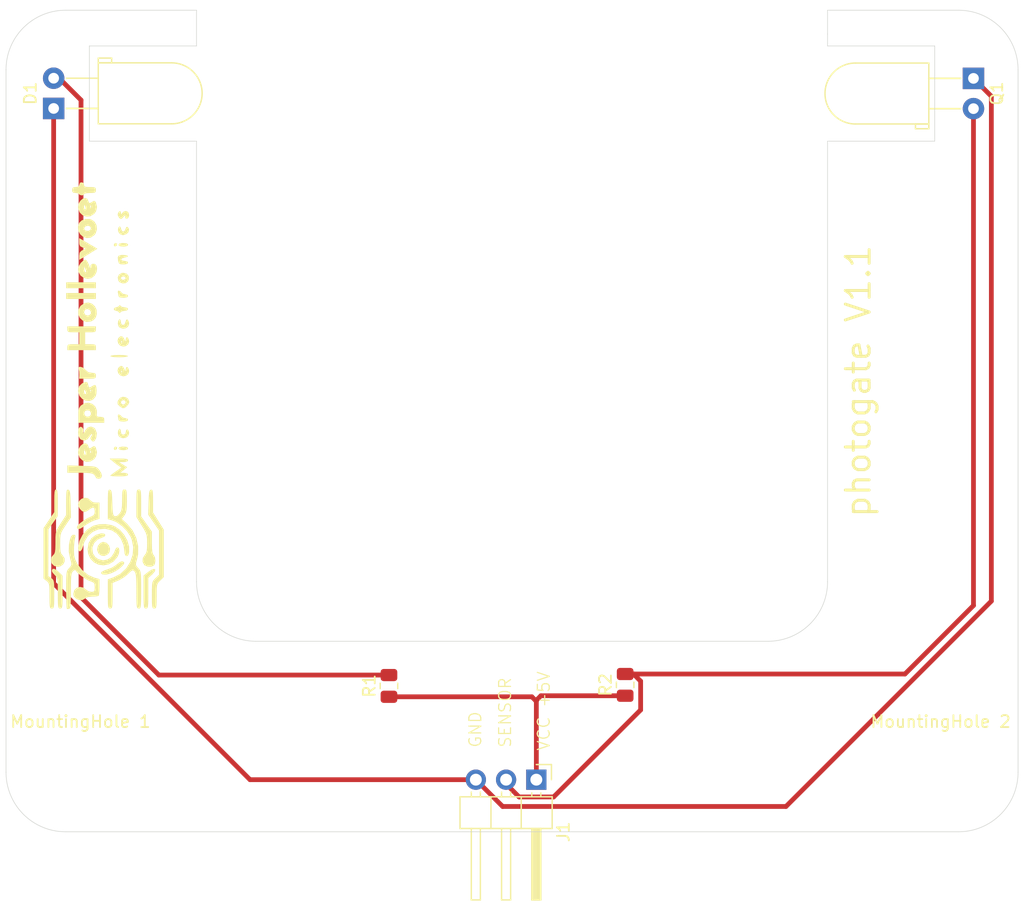
<source format=kicad_pcb>
(kicad_pcb (version 20241229) (generator "pcbnew") (generator_version "9.0")
  (layers (0 "F.Cu" signal) (2 "B.Cu" signal) (13 "F.Paste" user) (15 "B.Paste" user) (5 "F.SilkS" user "F.Silkscreen") (7 "B.SilkS" user "B.Silkscreen") (1 "F.Mask" user) (3 "B.Mask" user) (25 "Edge.Cuts" user))
  (net 0 "")
  (net 1 "Net-(D2-A)")
  (net 2 "/gnd")
  (net 3 "/vcc")
  (net 4 "/sensor")
  (footprint "LOGO" (layer "F.Cu") (at 92.75 75.25 90)
    (property "Reference" "G***" (hide yes))
    (property "Value" "LOGO" (hide yes))
    (fp_poly (pts (xy 4.4 -3.45) (xy 4.4 -2.2) (xy 4.15 -2.2) (xy 3.9 -2.2) (xy 3.9 -3.45) (xy 3.9 -4.7) (xy 4.15 -4.7) (xy 4.4 -4.7)) (fill yes) (layer "F.SilkS"))
    (fp_poly (pts (xy 3.5 -3.45) (xy 3.5 -2.2) (xy 3.25 -2.2) (xy 3 -2.2) (xy 3 -3.45) (xy 3 -4.7) (xy 3.25 -4.7) (xy 3.5 -4.7)) (fill yes) (layer "F.SilkS"))
    (fp_poly (pts (xy 7.682576 -0.619954) (xy 7.7 -0.55) (xy 7.639086 -0.412273) (xy 7.500785 -0.437099) (xy 7.466666 -0.466667) (xy 7.402968 -0.613034) (xy 7.507049 -0.696647) (xy 7.55 -0.7)) (fill yes) (layer "F.SilkS"))
    (fp_poly (pts (xy -9.417424 -0.619954) (xy -9.4 -0.55) (xy -9.460914 -0.412273) (xy -9.599215 -0.437099) (xy -9.633334 -0.466667) (xy -9.697032 -0.613034) (xy -9.592951 -0.696647) (xy -9.55 -0.7)) (fill yes) (layer "F.SilkS"))
    (fp_poly (pts (xy 7.654299 -0.23395) (xy 7.697277 -0.014997) (xy 7.7 0.1) (xy 7.67523 0.378132) (xy 7.593123 0.49274) (xy 7.55 0.5) (xy 7.4457 0.433949) (xy 7.402722 0.214996) (xy 7.4 0.1) (xy 7.424769 -0.178133) (xy 7.506876 -0.292741) (xy 7.55 -0.3)) (fill yes) (layer "F.SilkS"))
    (fp_poly (pts (xy -9.445701 -0.23395) (xy -9.402723 -0.014997) (xy -9.4 0.1) (xy -9.42477 0.378132) (xy -9.506877 0.49274) (xy -9.55 0.5) (xy -9.6543 0.433949) (xy -9.697278 0.214996) (xy -9.7 0.1) (xy -9.675231 -0.178133) (xy -9.593124 -0.292741) (xy -9.55 -0.3)) (fill yes) (layer "F.SilkS"))
    (fp_poly (pts (xy -17.728332 -2.025997) (xy -17.502539 -1.843005) (xy -17.400706 -1.609549) (xy -17.4 -1.589377) (xy -17.484111 -1.303013) (xy -17.696014 -1.102914) (xy -17.975064 -1.012911) (xy -18.260618 -1.056831) (xy -18.434502 -1.182875) (xy -18.584114 -1.466735) (xy -18.563991 -1.747675) (xy -18.398285 -1.973711) (xy -18.111151 -2.092862) (xy -18.008356 -2.1)) (fill yes) (layer "F.SilkS"))
    (fp_poly (pts (xy -1.749613 -0.906939) (xy -1.714493 -0.655027) (xy -1.700094 -0.285171) (xy -1.7 -0.25) (xy -1.712409 0.127905) (xy -1.745997 0.391308) (xy -1.795311 0.499298) (xy -1.8 0.5) (xy -1.850388 0.406938) (xy -1.885508 0.155026) (xy -1.899907 -0.21483) (xy -1.9 -0.25) (xy -1.887592 -0.627906) (xy -1.854004 -0.891309) (xy -1.80469 -0.999299) (xy -1.8 -1)) (fill yes) (layer "F.SilkS"))
    (fp_poly (pts (xy 3.676525 -0.351957) (xy 3.7 -0.271398) (xy 3.619149 -0.107372) (xy 3.55 -0.063838) (xy 3.435844 0.069347) (xy 3.4 0.246861) (xy 3.348388 0.450279) (xy 3.25 0.5) (xy 3.1457 0.433949) (xy 3.102722 0.214996) (xy 3.1 0.1) (xy 3.127566 -0.184814) (xy 3.214974 -0.296633) (xy 3.241821 -0.3) (xy 3.461724 -0.33508) (xy 3.541821 -0.360699)) (fill yes) (layer "F.SilkS"))
    (fp_poly (pts (xy -6.723475 -0.351957) (xy -6.7 -0.271398) (xy -6.780851 -0.107372) (xy -6.85 -0.063838) (xy -6.964156 0.069347) (xy -7 0.246861) (xy -7.051612 0.450279) (xy -7.15 0.5) (xy -7.2543 0.433949) (xy -7.297278 0.214996) (xy -7.3 0.1) (xy -7.272434 -0.184814) (xy -7.185026 -0.296633) (xy -7.158179 -0.3) (xy -6.938276 -0.33508) (xy -6.858179 -0.360699)) (fill yes) (layer "F.SilkS"))
    (fp_poly (pts (xy -2.693504 -3.534314) (xy -2.739049 -3.353272) (xy -2.86604 -3.16033) (xy -2.95 -3.082134) (xy -3.149654 -2.835513) (xy -3.2 -2.542742) (xy -3.219626 -2.309202) (xy -3.307283 -2.214927) (xy -3.45 -2.2) (xy -3.580387 -2.210231) (xy -3.655128 -2.269911) (xy -3.689685 -2.422528) (xy -3.699521 -2.711566) (xy -3.7 -2.903133) (xy -3.7 -3.606266) (xy -3.375 -3.59012) (xy -3.090159 -3.600824) (xy -2.875 -3.647686) (xy -2.736467 -3.650203)) (fill yes) (layer "F.SilkS"))
    (fp_poly (pts (xy -19.919771 -1.718241) (xy -19.795837 -1.486426) (xy -19.716177 -1.242032) (xy -19.56982 -0.875349) (xy -19.362204 -0.533746) (xy -19.276853 -0.431592) (xy -19.081831 -0.176248) (xy -19.027359 0.019351) (xy -19.033634 0.043408) (xy -19.121245 0.173849) (xy -19.249365 0.163923) (xy -19.442897 0.00325) (xy -19.63181 -0.205853) (xy -19.867267 -0.54943) (xy -20.046863 -0.939801) (xy -20.148362 -1.313575) (xy -20.149531 -1.60736) (xy -20.137306 -1.647023) (xy -20.03763 -1.775655)) (fill yes) (layer "F.SilkS"))
    (fp_poly (pts (xy 9.005585 -0.313269) (xy 9.09943 -0.206761) (xy 9.1 -0.196257) (xy 9.015018 -0.119847) (xy 8.875 -0.081956) (xy 8.6918 0.005213) (xy 8.663846 0.143513) (xy 8.789976 0.259431) (xy 8.880763 0.28271) (xy 9.04769 0.35708) (xy 9.050334 0.470213) (xy 8.899727 0.564625) (xy 8.823487 0.581126) (xy 8.592492 0.519806) (xy 8.454051 0.370217) (xy 8.35218 0.078598) (xy 8.438872 -0.170838) (xy 8.60452 -0.30242) (xy 8.811553 -0.351382)) (fill yes) (layer "F.SilkS"))
    (fp_poly (pts (xy 6.889159 -3.563526) (xy 7.045991 -3.420894) (xy 7.097059 -3.325) (xy 7.226222 -3.05) (xy 7.321444 -3.325) (xy 7.425089 -3.517673) (xy 7.602434 -3.59196) (xy 7.762548 -3.6) (xy 8.10843 -3.6) (xy 7.833765 -3.125) (xy 7.641199 -2.793551) (xy 7.460085 -2.484333) (xy 7.38836 -2.363031) (xy 7.21762 -2.076062) (xy 6.977904 -2.463031) (xy 6.764696 -2.809218) (xy 6.546616 -3.166218) (xy 6.510938 -3.225) (xy 6.283688 -3.6) (xy 6.625792 -3.6)) (fill yes) (layer "F.SilkS"))
    (fp_poly (pts (xy 2.273252 -0.61724) (xy 2.3 -0.508334) (xy 2.357649 -0.320169) (xy 2.425 -0.258334) (xy 2.49854 -0.192661) (xy 2.425 -0.141667) (xy 2.3348 -0.009323) (xy 2.3 0.208333) (xy 2.25421 0.440359) (xy 2.15 0.5) (xy 2.030672 0.410964) (xy 2 0.208333) (xy 1.96132 -0.020183) (xy 1.875 -0.141667) (xy 1.801459 -0.20734) (xy 1.875 -0.258334) (xy 1.98017 -0.39581) (xy 2 -0.508334) (xy 2.064768 -0.665823) (xy 2.15 -0.7)) (fill yes) (layer "F.SilkS"))
    (fp_poly (pts (xy 1.142989 -0.335216) (xy 1.28407 -0.246142) (xy 1.3 -0.193262) (xy 1.214165 -0.123879) (xy 1.042667 -0.1) (xy 0.857773 -0.042713) (xy 0.813115 0.084973) (xy 0.902909 0.216792) (xy 1.076021 0.281955) (xy 1.265655 0.351041) (xy 1.275629 0.454532) (xy 1.141821 0.539301) (xy 0.943179 0.592159) (xy 0.771608 0.5452) (xy 0.675 0.49199) (xy 0.531255 0.308194) (xy 0.502109 0.051192) (xy 0.584356 -0.190601) (xy 0.703777 -0.302022) (xy 0.922383 -0.358799)) (fill yes) (layer "F.SilkS"))
    (fp_poly (pts (xy -8.057011 -0.335216) (xy -7.91593 -0.246142) (xy -7.9 -0.193262) (xy -7.985619 -0.123142) (xy -8.15 -0.1) (xy -8.346041 -0.053126) (xy -8.4 0.1) (xy -8.328603 0.267879) (xy -8.205902 0.3) (xy -8.013771 0.342948) (xy -7.949896 0.437926) (xy -8.045487 0.534131) (xy -8.058754 0.539521) (xy -8.257057 0.592184) (xy -8.428687 0.545049) (xy -8.525 0.49199) (xy -8.668745 0.308194) (xy -8.697891 0.051192) (xy -8.615644 -0.190601) (xy -8.496223 -0.302022) (xy -8.277617 -0.358799)) (fill yes) (layer "F.SilkS"))
    (fp_poly (pts (xy 6.640041 -0.28704) (xy 6.695199 -0.063184) (xy 6.7 0.105901) (xy 6.672424 0.371775) (xy 6.608184 0.490834) (xy 6.535014 0.446972) (xy 6.481642 0.232711) (xy 6.413403 -0.000164) (xy 6.312866 -0.077954) (xy 6.226866 0.006168) (xy 6.2 0.191666) (xy 6.157717 0.433452) (xy 6.05 0.5) (xy 5.944167 0.431781) (xy 5.901968 0.207451) (xy 5.9 0.1125) (xy 5.916525 -0.144134) (xy 5.997541 -0.269849) (xy 6.190207 -0.332978) (xy 6.21027 -0.337055) (xy 6.491461 -0.366515)) (fill yes) (layer "F.SilkS"))
    (fp_poly (pts (xy -11.014623 -3.391209) (xy -11.031501 -2.880767) (xy -11.052311 -2.530191) (xy -11.085792 -2.299402) (xy -11.140679 -2.148324) (xy -11.225709 -2.036879) (xy -11.330732 -1.941209) (xy -11.619712 -1.753141) (xy -11.870161 -1.696529) (xy -12.043028 -1.770929) (xy -12.1 -1.95) (xy -12.068199 -2.137969) (xy -12.007143 -2.2) (xy -11.86874 -2.263818) (xy -11.757143 -2.357143) (xy -11.68192 -2.478902) (xy -11.633856 -2.687774) (xy -11.608158 -3.020355) (xy -11.600035 -3.513243) (xy -11.6 -3.557143) (xy -11.6 -4.6) (xy -11.289468 -4.6) (xy -10.978935 -4.6)) (fill yes) (layer "F.SilkS"))
    (fp_poly (pts (xy 5.043289 -0.269354) (xy 5.184377 -0.036594) (xy 5.2 0.094337) (xy 5.122719 0.389704) (xy 4.921775 0.554308) (xy 4.643511 0.562731) (xy 4.475 0.49199) (xy 4.329534 0.307278) (xy 4.30724 0.1) (xy 4.6 0.1) (xy 4.662527 0.262879) (xy 4.75 0.3) (xy 4.872159 0.21663) (xy 4.9 0.1) (xy 4.837472 -0.06288) (xy 4.75 -0.1) (xy 4.62784 -0.016631) (xy 4.6 0.1) (xy 4.30724 0.1) (xy 4.301905 0.0504) (xy 4.38804 -0.192262) (xy 4.512649 -0.30677) (xy 4.800809 -0.37025)) (fill yes) (layer "F.SilkS"))
    (fp_poly (pts (xy -19.932884 2.175) (xy -19.734167 2.477532) (xy -19.670562 2.690442) (xy -19.724874 2.78973) (xy -19.879904 2.751394) (xy -20.118455 2.551434) (xy -20.165759 2.5) (xy -20.43306 2.2) (xy -21.71653 2.2) (xy -22.243317 2.198263) (xy -22.602185 2.189723) (xy -22.825207 2.169381) (xy -22.944454 2.132238) (xy -22.992001 2.073298) (xy -23 2) (xy -22.989514 1.920454) (xy -22.937443 1.865354) (xy -22.812871 1.830231) (xy -22.584879 1.810613) (xy -22.222551 1.80203) (xy -21.694969 1.800013) (xy -21.616737 1.8) (xy -20.233473 1.8)) (fill yes) (layer "F.SilkS"))
    (fp_poly (pts (xy 10.188849 -0.35354) (xy 10.363379 -0.254713) (xy 10.383777 -0.151714) (xy 10.24257 -0.097576) (xy 10.225 -0.09696) (xy 10.103329 -0.08563) (xy 10.156719 -0.032551) (xy 10.225 0.008009) (xy 10.369747 0.175035) (xy 10.385107 0.376471) (xy 10.268388 0.527254) (xy 10.241821 0.539301) (xy 10.032963 0.594018) (xy 9.86538 0.541827) (xy 9.812188 0.509649) (xy 9.724561 0.384885) (xy 9.784372 0.279556) (xy 9.944855 0.260896) (xy 9.978202 0.270968) (xy 10.037145 0.265549) (xy 9.942225 0.159559) (xy 9.9 0.123051) (xy 9.737949 -0.030718) (xy 9.719899 -0.137469) (xy 9.813849 -0.253827) (xy 10.048209 -0.370556)) (fill yes) (layer "F.SilkS"))
    (fp_poly (pts (xy -5.535467 -0.346145) (xy -5.309473 -0.185564) (xy -5.214501 0.049863) (xy -5.241985 0.29947) (xy -5.383353 0.50259) (xy -5.630037 0.598558) (xy -5.669113 0.6) (xy -5.831373 0.534436) (xy -6 0.4) (xy -6.161836 0.204296) (xy -6.164684 0.167729) (xy -5.863033 0.167729) (xy -5.73299 0.284969) (xy -5.644099 0.3) (xy -5.527278 0.216738) (xy -5.5 0.1) (xy -5.571164 -0.060876) (xy -5.722728 -0.096014) (xy -5.85 0) (xy -5.863033 0.167729) (xy -6.164684 0.167729) (xy -6.174735 0.038657) (xy -6.040034 -0.174957) (xy -6.010467 -0.211907) (xy -5.843091 -0.371034) (xy -5.662131 -0.384157)) (fill yes) (layer "F.SilkS"))
    (fp_poly (pts (xy -19.674418 -5.842683) (xy -19.666173 -5.685302) (xy -19.810999 -5.449713) (xy -19.908375 -5.34136) (xy -20.239234 -5) (xy -21.619617 -5) (xy -22.169117 -5.001522) (xy -22.549571 -5.009077) (xy -22.791929 -5.02715) (xy -22.927141 -5.060224) (xy -22.986155 -5.112783) (xy -22.99992 -5.189312) (xy -23 -5.2) (xy -22.988852 -5.282113) (xy -22.934019 -5.338042) (xy -22.803417 -5.372791) (xy -22.564963 -5.391362) (xy -22.186572 -5.39876) (xy -21.717432 -5.4) (xy -21.188248 -5.401776) (xy -20.820602 -5.411325) (xy -20.576038 -5.434984) (xy -20.416098 -5.479089) (xy -20.302327 -5.549975) (xy -20.200001 -5.65) (xy -20.005669 -5.820442) (xy -19.848263 -5.899346) (xy -19.838471 -5.9)) (fill yes) (layer "F.SilkS"))
    (fp_poly (pts (xy 9.396055 -3.602111) (xy 9.599736 -3.392486) (xy 9.715375 -3.073797) (xy 9.719084 -2.726412) (xy 9.68982 -2.613784) (xy 9.4939 -2.319273) (xy 9.190991 -2.148688) (xy 8.839639 -2.113717) (xy 8.498389 -2.226043) (xy 8.345454 -2.345455) (xy 8.146344 -2.654749) (xy 8.128772 -2.824907) (xy 8.716647 -2.824907) (xy 8.811988 -2.657581) (xy 8.974697 -2.618979) (xy 9.119382 -2.738004) (xy 9.15 -2.9) (xy 9.088175 -3.095476) (xy 8.948952 -3.18803) (xy 8.801705 -3.151095) (xy 8.738998 -3.057391) (xy 8.716647 -2.824907) (xy 8.128772 -2.824907) (xy 8.113095 -2.976716) (xy 8.217133 -3.277177) (xy 8.429884 -3.521954) (xy 8.722774 -3.676868) (xy 9.067228 -3.707741)) (fill yes) (layer "F.SilkS"))
    (fp_poly (pts (xy 2.369818 -3.529662) (xy 2.454545 -3.454546) (xy 2.66151 -3.139625) (xy 2.700237 -2.817687) (xy 2.598373 -2.522064) (xy 2.383566 -2.286089) (xy 2.083466 -2.143095) (xy 1.725721 -2.126413) (xy 1.430276 -2.219696) (xy 1.236957 -2.389921) (xy 1.110478 -2.612928) (xy 1.073765 -2.919359) (xy 1.608125 -2.919359) (xy 1.636162 -2.75) (xy 1.770109 -2.616261) (xy 1.962087 -2.634878) (xy 2.08948 -2.737326) (xy 2.158046 -2.940316) (xy 2.078052 -3.121766) (xy 1.886162 -3.2) (xy 1.690304 -3.118741) (xy 1.608125 -2.919359) (xy 1.073765 -2.919359) (xy 1.065624 -2.987307) (xy 1.177562 -3.307424) (xy 1.405121 -3.547497) (xy 1.70713 -3.681748) (xy 2.042419 -3.684396)) (fill yes) (layer "F.SilkS"))
    (fp_poly (pts (xy -0.297042 -0.332933) (xy -0.144588 -0.158187) (xy -0.119618 -0.07441) (xy -0.182993 0.074262) (xy -0.369618 0.181977) (xy -0.547083 0.253185) (xy -0.545018 0.283406) (xy -0.425 0.292105) (xy -0.236936 0.343336) (xy -0.21904 0.445324) (xy -0.358179 0.539301) (xy -0.556821 0.592159) (xy -0.728392 0.5452) (xy -0.825 0.49199) (xy -0.962542 0.309398) (xy -1 0.092887) (xy -0.953908 -0.066667) (xy -0.666667 -0.066667) (xy -0.65294 -0.007217) (xy -0.6 0) (xy -0.517689 -0.036589) (xy -0.533334 -0.066667) (xy -0.65201 -0.078635) (xy -0.666667 -0.066667) (xy -0.953908 -0.066667) (xy -0.92691 -0.160127) (xy -0.746514 -0.322822) (xy -0.517121 -0.384118)) (fill yes) (layer "F.SilkS"))
    (fp_poly (pts (xy -2.797042 -0.332933) (xy -2.644588 -0.158187) (xy -2.619618 -0.07441) (xy -2.682993 0.074262) (xy -2.869618 0.181977) (xy -3.047083 0.253185) (xy -3.045018 0.283406) (xy -2.925 0.292105) (xy -2.736936 0.343336) (xy -2.71904 0.445324) (xy -2.858179 0.539301) (xy -3.056821 0.592159) (xy -3.228392 0.5452) (xy -3.325 0.49199) (xy -3.462542 0.309398) (xy -3.5 0.092887) (xy -3.453908 -0.066667) (xy -3.166667 -0.066667) (xy -3.15294 -0.007217) (xy -3.1 0) (xy -3.017689 -0.036589) (xy -3.033334 -0.066667) (xy -3.15201 -0.078635) (xy -3.166667 -0.066667) (xy -3.453908 -0.066667) (xy -3.42691 -0.160127) (xy -3.246514 -0.322822) (xy -3.017121 -0.384118)) (fill yes) (layer "F.SilkS"))
    (fp_poly (pts (xy -0.901628 -4.583789) (xy -0.827608 -4.501059) (xy -0.802369 -4.300662) (xy -0.8 -4.1) (xy -0.8 -3.6) (xy -0.3 -3.6) (xy 0.2 -3.6) (xy 0.2 -4.1) (xy 0.208105 -4.396745) (xy 0.24947 -4.544785) (xy 0.349669 -4.595264) (xy 0.45 -4.6) (xy 0.7 -4.6) (xy 0.7 -3.4) (xy 0.7 -2.2) (xy 0.45 -2.2) (xy 0.29573 -2.218652) (xy 0.222638 -2.310331) (xy 0.200954 -2.528626) (xy 0.2 -2.65) (xy 0.2 -3.1) (xy -0.3 -3.1) (xy -0.8 -3.1) (xy -0.8 -2.65) (xy -0.810362 -2.372315) (xy -0.861295 -2.24075) (xy -0.98257 -2.201719) (xy -1.05 -2.2) (xy -1.3 -2.2) (xy -1.3 -3.4) (xy -1.3 -4.6) (xy -1.05 -4.6)) (fill yes) (layer "F.SilkS"))
    (fp_poly (pts (xy -7.902574 -3.651008) (xy -7.806431 -3.606091) (xy -7.725925 -3.479492) (xy -7.788379 -3.346329) (xy -7.945103 -3.25723) (xy -8.139119 -3.260165) (xy -8.273243 -3.281372) (xy -8.252566 -3.227097) (xy -8.096015 -3.120937) (xy -7.976771 -3.057788) (xy -7.772284 -2.86313) (xy -7.717367 -2.603268) (xy -7.817572 -2.351771) (xy -7.916542 -2.25967) (xy -8.26672 -2.118357) (xy -8.650723 -2.16947) (xy -8.775 -2.22205) (xy -8.965799 -2.348907) (xy -8.967814 -2.478019) (xy -8.85 -2.6) (xy -8.690644 -2.673778) (xy -8.547584 -2.597995) (xy -8.398966 -2.518473) (xy -8.339019 -2.527648) (xy -8.372746 -2.608168) (xy -8.516436 -2.706869) (xy -8.799306 -2.929112) (xy -8.902883 -3.186969) (xy -8.819448 -3.451933) (xy -8.742858 -3.542858) (xy -8.515341 -3.657569) (xy -8.201511 -3.695897)) (fill yes) (layer "F.SilkS"))
    (fp_poly (pts (xy -10.403161 -0.275) (xy -10.40887 0.127721) (xy -10.434591 0.366863) (xy -10.487144 0.478412) (xy -10.55 0.5) (xy -10.657992 0.428483) (xy -10.700181 0.196205) (xy -10.701685 0.125) (xy -10.70337 -0.25) (xy -10.920177 0.088696) (xy -11.136985 0.427393) (xy -11.367996 0.138696) (xy -11.599007 -0.15) (xy -11.599504 0.175) (xy -11.637981 0.423975) (xy -11.75 0.5) (xy -11.829121 0.460712) (xy -11.875565 0.318737) (xy -11.896564 0.037907) (xy -11.9 -0.25) (xy -11.894466 -0.608525) (xy -11.879826 -0.873729) (xy -11.859025 -0.996733) (xy -11.854805 -1) (xy -11.778424 -0.924619) (xy -11.627959 -0.729783) (xy -11.487483 -0.531807) (xy -11.165357 -0.063613) (xy -11.007679 -0.303535) (xy -10.822758 -0.558264) (xy -10.628161 -0.796728) (xy -10.406321 -1.05)) (fill yes) (layer "F.SilkS"))
    (fp_poly (pts (xy -6.424277 -3.672718) (xy -6.188209 -3.624458) (xy -6.012537 -3.516723) (xy -5.939946 -3.449037) (xy -5.746435 -3.139517) (xy -5.712964 -2.804449) (xy -5.817482 -2.491434) (xy -6.037942 -2.248071) (xy -6.352295 -2.12196) (xy -6.555727 -2.119648) (xy -6.78678 -2.132907) (xy -6.881202 -2.063845) (xy -6.899942 -1.861172) (xy -6.9 -1.82992) (xy -6.921478 -1.602011) (xy -7.01609 -1.512413) (xy -7.15 -1.5) (xy -7.4 -1.5) (xy -7.4 -2.585841) (xy -7.4 -2.957916) (xy -6.88992 -2.957916) (xy -6.861146 -2.742987) (xy -6.720973 -2.625689) (xy -6.575448 -2.617987) (xy -6.396715 -2.704313) (xy -6.35 -2.9) (xy -6.404961 -3.106002) (xy -6.575448 -3.182014) (xy -6.789063 -3.135531) (xy -6.88992 -2.957916) (xy -7.4 -2.957916) (xy -7.4 -3.671682) (xy -6.789946 -3.680332)) (fill yes) (layer "F.SilkS"))
    (fp_poly (pts (xy -17.502835 -2.81408) (xy -17.091431 -2.571704) (xy -16.807702 -2.19533) (xy -16.682195 -1.750305) (xy -16.707923 -1.503356) (xy -16.816451 -1.40626) (xy -16.949862 -1.46904) (xy -17.047176 -1.687141) (xy -17.213967 -2.062157) (xy -17.500862 -2.345576) (xy -17.854624 -2.490517) (xy -17.970211 -2.5) (xy -18.387449 -2.440204) (xy -18.684274 -2.243084) (xy -18.855308 -1.989737) (xy -18.955948 -1.602138) (xy -18.881075 -1.224117) (xy -18.652535 -0.897621) (xy -18.292178 -0.6646) (xy -18.13807 -0.612653) (xy -17.933371 -0.515336) (xy -17.85 -0.392806) (xy -17.930888 -0.267631) (xy -18.135741 -0.228192) (xy -18.407846 -0.274463) (xy -18.669567 -0.393167) (xy -19.060627 -0.729529) (xy -19.292813 -1.130177) (xy -19.3754 -1.559569) (xy -19.317665 -1.982162) (xy -19.128883 -2.362415) (xy -18.81833 -2.664785) (xy -18.395281 -2.85373) (xy -18.01543 -2.899627)) (fill yes) (layer "F.SilkS"))
    (fp_poly (pts (xy 12.328668 -4.167712) (xy 12.394029 -4.030459) (xy 12.4 -3.9) (xy 12.431429 -3.68041) (xy 12.548372 -3.603095) (xy 12.6 -3.6) (xy 12.76713 -3.52929) (xy 12.8 -3.4) (xy 12.729289 -3.23287) (xy 12.6 -3.2) (xy 12.480039 -3.173676) (xy 12.42021 -3.06194) (xy 12.400855 -2.81565) (xy 12.4 -2.7) (xy 12.391894 -2.403256) (xy 12.350529 -2.255216) (xy 12.25033 -2.204737) (xy 12.15 -2.2) (xy 12.001627 -2.216212) (xy 11.927607 -2.298942) (xy 11.902368 -2.499339) (xy 11.9 -2.7) (xy 11.882012 -2.985222) (xy 11.836021 -3.166258) (xy 11.8 -3.2) (xy 11.718751 -3.283755) (xy 11.7 -3.4) (xy 11.741877 -3.562497) (xy 11.8 -3.6) (xy 11.870213 -3.686897) (xy 11.899992 -3.896268) (xy 11.9 -3.9) (xy 11.926906 -4.114402) (xy 12.041284 -4.192836) (xy 12.15 -4.2)) (fill yes) (layer "F.SilkS"))
    (fp_poly (pts (xy -17.32161 -3.58577) (xy -16.794636 -3.314998) (xy -16.352068 -2.915209) (xy -16.044563 -2.421537) (xy -16.042348 -2.416261) (xy -15.924373 -1.944483) (xy -15.908211 -1.40367) (xy -15.991065 -0.886338) (xy -16.097098 -0.605689) (xy -16.401161 -0.177276) (xy -16.816008 0.179168) (xy -17.29497 0.44128) (xy -17.79138 0.586697) (xy -18.258571 0.593057) (xy -18.475 0.533771) (xy -18.607177 0.422514) (xy -18.576214 0.30028) (xy -18.410332 0.214243) (xy -18.275 0.199442) (xy -17.681062 0.119876) (xy -17.148638 -0.100392) (xy -16.719964 -0.436862) (xy -16.437277 -0.865032) (xy -16.436403 -0.867119) (xy -16.301851 -1.423772) (xy -16.348184 -1.965275) (xy -16.55713 -2.458139) (xy -16.910417 -2.868876) (xy -17.389772 -3.163996) (xy -17.750746 -3.276) (xy -18.035198 -3.373398) (xy -18.183781 -3.497291) (xy -18.185398 -3.612565) (xy -18.028953 -3.684109) (xy -17.882333 -3.692393)) (fill yes) (layer "F.SilkS"))
    (fp_poly (pts (xy 5.779275 -3.631872) (xy 6.041467 -3.463725) (xy 6.236912 -3.249916) (xy 6.3 -3.072103) (xy 6.21351 -2.963233) (xy 5.992647 -2.836318) (xy 5.825 -2.768734) (xy 5.610581 -2.686403) (xy 5.549596 -2.646364) (xy 5.618198 -2.651375) (xy 5.833357 -2.651316) (xy 5.941961 -2.522082) (xy 5.953899 -2.487714) (xy 5.945457 -2.278457) (xy 5.796362 -2.145948) (xy 5.554004 -2.098823) (xy 5.265773 -2.145717) (xy 4.979058 -2.295263) (xy 4.963485 -2.307259) (xy 4.745401 -2.584271) (xy 4.686008 -2.905867) (xy 4.713584 -3.015174) (xy 5.243866 -3.015174) (xy 5.400482 -3.041297) (xy 5.55 -3.1) (xy 5.687184 -3.166361) (xy 5.634141 -3.188543) (xy 5.530901 -3.192972) (xy 5.329529 -3.157885) (xy 5.25 -3.1) (xy 5.243866 -3.015174) (xy 4.713584 -3.015174) (xy 4.766421 -3.224616) (xy 4.967755 -3.49309) (xy 5.271125 -3.663856) (xy 5.518031 -3.7)) (fill yes) (layer "F.SilkS"))
    (fp_poly (pts (xy -16.011155 -3.719452) (xy -15.815307 -3.511183) (xy -15.602563 -3.225257) (xy -15.410281 -2.911739) (xy -15.278631 -2.628559) (xy -15.166212 -2.400887) (xy -15.004131 -2.311701) (xy -14.829912 -2.3) (xy -14.586434 -2.332087) (xy -14.513554 -2.440864) (xy -14.606112 -2.645111) (xy -14.7 -2.772713) (xy -14.840533 -2.990985) (xy -14.899989 -3.161991) (xy -14.9 -3.163486) (xy -14.81541 -3.370364) (xy -14.610858 -3.56508) (xy -14.360171 -3.686021) (xy -14.257143 -3.7) (xy -13.982783 -3.620282) (xy -13.788399 -3.420184) (xy -13.69444 -3.158294) (xy -13.721355 -2.893197) (xy -13.889595 -2.683481) (xy -13.9 -2.676793) (xy -14.066844 -2.45834) (xy -14.1 -2.225946) (xy -14.1 -1.9) (xy -14.784172 -1.9) (xy -15.468343 -1.9) (xy -15.587002 -2.296049) (xy -15.71916 -2.607414) (xy -15.925402 -2.964609) (xy -16.055796 -3.150799) (xy -16.274457 -3.479097) (xy -16.336991 -3.68994) (xy -16.244348 -3.789676) (xy -16.15275 -3.8)) (fill yes) (layer "F.SilkS"))
    (fp_poly (pts (xy 11.022434 -3.642635) (xy 11.262534 -3.497108) (xy 11.424307 -3.303268) (xy 11.483736 -3.100967) (xy 11.416807 -2.930056) (xy 11.246223 -2.840117) (xy 11.073631 -2.780682) (xy 11.060848 -2.685735) (xy 11.146223 -2.54173) (xy 11.242917 -2.365316) (xy 11.20893 -2.266989) (xy 11.106574 -2.203519) (xy 10.727778 -2.104173) (xy 10.357665 -2.190635) (xy 10.145454 -2.345455) (xy 9.971021 -2.623909) (xy 10.643371 -2.623909) (xy 10.741666 -2.607895) (xy 10.871368 -2.626281) (xy 10.872916 -2.660417) (xy 10.739077 -2.684289) (xy 10.68125 -2.668312) (xy 10.643371 -2.623909) (xy 9.971021 -2.623909) (xy 9.947564 -2.661355) (xy 9.915552 -3.001804) (xy 9.953973 -3.109362) (xy 10.5 -3.109362) (xy 10.579637 -3.057923) (xy 10.7 -3.071026) (xy 10.861553 -3.129078) (xy 10.9 -3.161664) (xy 10.815847 -3.192866) (xy 10.7 -3.2) (xy 10.537443 -3.162006) (xy 10.5 -3.109362) (xy 9.953973 -3.109362) (xy 10.028851 -3.318976) (xy 10.26689 -3.565048) (xy 10.609103 -3.692196) (xy 10.728023 -3.7)) (fill yes) (layer "F.SilkS"))
    (fp_poly (pts (xy -9.577566 -3.642635) (xy -9.337466 -3.497108) (xy -9.175693 -3.303268) (xy -9.116264 -3.100967) (xy -9.183193 -2.930056) (xy -9.353777 -2.840117) (xy -9.526369 -2.780682) (xy -9.539152 -2.685735) (xy -9.453777 -2.54173) (xy -9.357083 -2.365316) (xy -9.39107 -2.266989) (xy -9.493426 -2.203519) (xy -9.872222 -2.104173) (xy -10.242335 -2.190635) (xy -10.454546 -2.345455) (xy -10.628979 -2.623909) (xy -9.956629 -2.623909) (xy -9.858334 -2.607895) (xy -9.728632 -2.626281) (xy -9.727084 -2.660417) (xy -9.860923 -2.684289) (xy -9.91875 -2.668312) (xy -9.956629 -2.623909) (xy -10.628979 -2.623909) (xy -10.652436 -2.661355) (xy -10.684448 -3.001804) (xy -10.646027 -3.109362) (xy -10.1 -3.109362) (xy -10.020363 -3.057923) (xy -9.9 -3.071026) (xy -9.738447 -3.129078) (xy -9.7 -3.161664) (xy -9.784153 -3.192866) (xy -9.9 -3.2) (xy -10.062557 -3.162006) (xy -10.1 -3.109362) (xy -10.646027 -3.109362) (xy -10.571149 -3.318976) (xy -10.33311 -3.565048) (xy -9.990897 -3.692196) (xy -9.871977 -3.7)) (fill yes) (layer "F.SilkS"))
    (fp_poly (pts (xy -4.334073 -3.612541) (xy -4.08546 -3.358434) (xy -4.017924 -3.208431) (xy -3.96262 -2.999668) (xy -4.023353 -2.901836) (xy -4.204869 -2.848931) (xy -4.401719 -2.792799) (xy -4.430912 -2.706064) (xy -4.333919 -2.539491) (xy -4.234688 -2.349437) (xy -4.224064 -2.242603) (xy -4.402758 -2.168956) (xy -4.686835 -2.141423) (xy -4.986665 -2.161748) (xy -5.19834 -2.223667) (xy -5.460735 -2.451786) (xy -5.541527 -2.666667) (xy -4.766667 -2.666667) (xy -4.75294 -2.607217) (xy -4.7 -2.6) (xy -4.617689 -2.636589) (xy -4.633334 -2.666667) (xy -4.75201 -2.678635) (xy -4.766667 -2.666667) (xy -5.541527 -2.666667) (xy -5.571175 -2.74552) (xy -5.544899 -3.060728) (xy -5.525063 -3.1) (xy -5 -3.1) (xy -4.937049 -3.00695) (xy -4.754915 -3.066512) (xy -4.7 -3.1) (xy -4.621466 -3.172945) (xy -4.720787 -3.197357) (xy -4.775 -3.198469) (xy -4.950573 -3.162022) (xy -5 -3.1) (xy -5.525063 -3.1) (xy -5.397144 -3.353265) (xy -5.143147 -3.57899) (xy -4.798147 -3.693759) (xy -4.688721 -3.7)) (fill yes) (layer "F.SilkS"))
    (fp_poly (pts (xy -13.66443 1.202083) (xy -13.333775 1.212198) (xy -13.135758 1.236145) (xy -13.036705 1.279721) (xy -13.002942 1.348727) (xy -13 1.4) (xy -13.012372 1.486544) (xy -13.072234 1.543743) (xy -13.213703 1.577634) (xy -13.4709 1.594252) (xy -13.877942 1.599635) (xy -14.130472 1.6) (xy -15.260944 1.6) (xy -15.9 2.05) (xy -16.539057 2.5) (xy -17.457284 2.5) (xy -17.935786 2.509126) (xy -18.249791 2.539845) (xy -18.434114 2.597165) (xy -18.5 2.65) (xy -18.699139 2.760925) (xy -18.984926 2.796125) (xy -19.257543 2.752196) (xy -19.38 2.68) (xy -19.483272 2.456054) (xy -19.482932 2.164447) (xy -19.383522 1.905754) (xy -19.342858 1.857142) (xy -19.076902 1.717864) (xy -18.76776 1.737093) (xy -18.5 1.9) (xy -18.358051 2.006361) (xy -18.161873 2.067762) (xy -17.858485 2.095164) (xy -17.533394 2.1) (xy -17.14696 2.093868) (xy -16.866447 2.060807) (xy -16.61909 1.978822) (xy -16.332124 1.825914) (xy -16.044792 1.65) (xy -15.322796 1.2) (xy -14.161398 1.2)) (fill yes) (layer "F.SilkS"))
    (fp_poly (pts (xy -15.577073 -6.15) (xy -14.90628 -5.7) (xy -13.95314 -5.7) (xy -13.499429 -5.69466) (xy -13.212032 -5.675124) (xy -13.05746 -5.636124) (xy -13.002227 -5.572388) (xy -13 -5.55) (xy -13.030635 -5.483686) (xy -13.143539 -5.440175) (xy -13.370217 -5.415403) (xy -13.742172 -5.405307) (xy -14.125 -5.404874) (xy -15.25 -5.409748) (xy -15.8 -5.8) (xy -16.35 -6.190253) (xy -18.3135 -6.195127) (xy -20.276999 -6.2) (xy -20.440805 -5.95) (xy -20.518281 -5.844392) (xy -20.611786 -5.773689) (xy -20.759419 -5.730894) (xy -20.999275 -5.709013) (xy -21.369452 -5.701051) (xy -21.802306 -5.7) (xy -22.308291 -5.70197) (xy -22.647462 -5.71157) (xy -22.852991 -5.734342) (xy -22.958053 -5.775824) (xy -22.995822 -5.841557) (xy -23 -5.9) (xy -22.986947 -5.988855) (xy -22.924327 -6.046634) (xy -22.776952 -6.079973) (xy -22.509633 -6.095509) (xy -22.087182 -6.099875) (xy -21.939393 -6.1) (xy -21.464958 -6.102602) (xy -21.148046 -6.116038) (xy -20.946193 -6.148749) (xy -20.816936 -6.209182) (xy -20.71781 -6.305778) (xy -20.682134 -6.35) (xy -20.485484 -6.6) (xy -18.366675 -6.6) (xy -16.247865 -6.6)) (fill yes) (layer "F.SilkS"))
    (fp_poly (pts (xy -14.086456 2.221388) (xy -13.614585 2.238622) (xy -13.307104 2.263536) (xy -13.128403 2.302921) (xy -13.042873 2.363568) (xy -13.018841 2.425) (xy -13.02227 2.505732) (xy -13.093007 2.557144) (xy -13.265699 2.585684) (xy -13.574995 2.597799) (xy -13.959275 2.6) (xy -14.933214 2.6) (xy -15.655209 3.05) (xy -16.377205 3.5) (xy -18.369894 3.5) (xy -20.362582 3.5) (xy -20.65 3.2) (xy -20.786704 3.06528) (xy -20.916893 2.978473) (xy -21.086837 2.929054) (xy -21.342801 2.906496) (xy -21.731056 2.900274) (xy -21.96871 2.9) (xy -22.432195 2.897407) (xy -22.731368 2.885018) (xy -22.901897 2.855916) (xy -22.979448 2.803183) (xy -22.99969 2.719903) (xy -23 2.7) (xy -22.987636 2.613481) (xy -22.927805 2.556289) (xy -22.786401 2.522392) (xy -22.529317 2.505762) (xy -22.122446 2.500368) (xy -21.86871 2.5) (xy -21.378628 2.501634) (xy -21.045424 2.512616) (xy -20.825975 2.542064) (xy -20.677159 2.599098) (xy -20.555853 2.692835) (xy -20.45 2.8) (xy -20.162582 3.1) (xy -18.306291 3.10023) (xy -16.45 3.100461) (xy -15.785283 2.646619) (xy -15.120566 2.192776)) (fill yes) (layer "F.SilkS"))
    (fp_poly (pts (xy -18.674089 -5.921756) (xy -18.526798 -5.8) (xy -18.418121 -5.703091) (xy -18.264124 -5.643193) (xy -18.019179 -5.611876) (xy -17.637656 -5.600712) (xy -17.444147 -5.6) (xy -17.009702 -5.596784) (xy -16.707872 -5.574581) (xy -16.471273 -5.514564) (xy -16.23252 -5.397902) (xy -15.924229 -5.205767) (xy -15.841371 -5.15214) (xy -15.15 -4.70428) (xy -14.067668 -4.70214) (xy -13.590041 -4.698311) (xy -13.27927 -4.685357) (xy -13.102245 -4.657686) (xy -13.025854 -4.609704) (xy -13.016985 -4.535821) (xy -13.018876 -4.525) (xy -13.056223 -4.448306) (xy -13.156135 -4.395623) (xy -13.352528 -4.361157) (xy -13.679316 -4.339111) (xy -14.170418 -4.32369) (xy -14.201208 -4.322958) (xy -15.35 -4.295916) (xy -16.021861 -4.747958) (xy -16.359815 -4.96982) (xy -16.610712 -5.103794) (xy -16.848223 -5.172041) (xy -17.14602 -5.196721) (xy -17.524637 -5.2) (xy -17.951049 -5.193057) (xy -18.22622 -5.165777) (xy -18.398626 -5.108486) (xy -18.516741 -5.011511) (xy -18.526798 -5) (xy -18.77715 -4.831191) (xy -19.05245 -4.82322) (xy -19.298974 -4.953047) (xy -19.462999 -5.197633) (xy -19.5 -5.417376) (xy -19.419338 -5.712109) (xy -19.216074 -5.909642) (xy -18.948295 -5.987136)) (fill yes) (layer "F.SilkS"))
    (fp_poly (pts (xy -20.823881 -4.698812) (xy -20.399602 -4.692121) (xy -20.106616 -4.675241) (xy -19.91057 -4.643486) (xy -19.777111 -4.592168) (xy -19.671888 -4.516603) (xy -19.603106 -4.452976) (xy -19.440609 -4.31054) (xy -19.299832 -4.256958) (xy -19.105138 -4.282096) (xy -18.856741 -4.352976) (xy -18.238319 -4.481916) (xy -17.647933 -4.468389) (xy -17.244283 -4.388129) (xy -16.954264 -4.292301) (xy -16.821723 -4.177814) (xy -16.8 -4.075629) (xy -16.823863 -3.945434) (xy -16.933243 -3.918927) (xy -17.125 -3.960023) (xy -17.40085 -4.005503) (xy -17.783096 -4.03634) (xy -18.102851 -4.045005) (xy -18.530121 -4.025287) (xy -18.85633 -3.950523) (xy -19.177915 -3.797208) (xy -19.220489 -3.772582) (xy -19.771802 -3.35535) (xy -20.181166 -2.84548) (xy -20.402976 -2.339373) (xy -20.525993 -1.9) (xy -21.19633 -1.9) (xy -21.545743 -1.909282) (xy -21.811285 -1.933582) (xy -21.933334 -1.966667) (xy -21.972873 -2.098622) (xy -21.996772 -2.356661) (xy -22 -2.504423) (xy -22.03592 -2.869084) (xy -22.136556 -3.087623) (xy -22.15 -3.1) (xy -22.289965 -3.327672) (xy -22.29149 -3.606433) (xy -22.178481 -3.870561) (xy -21.974841 -4.054335) (xy -21.786283 -4.1) (xy -21.469143 -4.019455) (xy -21.260995 -3.813598) (xy -21.181587 -3.536104) (xy -21.250662 -3.240644) (xy -21.4 -3.05) (xy -21.552187 -2.812675) (xy -21.6 -2.584502) (xy -21.581935 -2.400113) (xy -21.489223 -2.319423) (xy -21.264091 -2.300195) (xy -21.210841 -2.3) (xy -20.948963 -2.319133) (xy -20.817609 -2.402885) (xy -20.755083 -2.565352) (xy -20.641523 -2.841403) (xy -20.444228 -3.177725) (xy -20.21056 -3.504805) (xy -19.987882 -3.753131) (xy -19.896606 -3.825328) (xy -19.768733 -3.929246) (xy -19.798562 -4.038239) (xy -19.869505 -4.121553) (xy -19.955398 -4.191942) (xy -20.086422 -4.241261) (xy -20.295556 -4.273111) (xy -20.61578 -4.291088) (xy -21.080074 -4.298792) (xy -21.5048 -4.3) (xy -22.101676 -4.303751) (xy -22.525658 -4.316656) (xy -22.803745 -4.341192) (xy -22.962931 -4.379838) (xy -23.030213 -4.435072) (xy -23.032412 -4.440224) (xy -23.046995 -4.6004) (xy -23.026444 -4.640224) (xy -22.91077 -4.660774) (xy -22.630841 -4.678275) (xy -22.222395 -4.6914) (xy -21.721171 -4.698826) (xy -21.413806 -4.7)) (fill yes) (layer "F.SilkS"))
    (fp_poly (pts (xy -20.375579 -0.717509) (xy -20.069591 -0.13261) (xy -19.627223 0.339652) (xy -19.083905 0.684465) (xy -18.475068 0.887021) (xy -17.836142 0.93251) (xy -17.202556 0.806122) (xy -16.965916 0.707704) (xy -16.511885 0.412917) (xy -16.094724 0.008965) (xy -15.769448 -0.443058) (xy -15.613588 -0.794083) (xy -15.491972 -1.2) (xy -14.238654 -1.2) (xy -13.71816 -1.197717) (xy -13.366587 -1.187897) (xy -13.152879 -1.166084) (xy -13.045979 -1.127824) (xy -13.014833 -1.06866) (xy -13.018854 -1.025) (xy -13.058165 -0.945631) (xy -13.163393 -0.891844) (xy -13.369677 -0.857132) (xy -13.712159 -0.834989) (xy -14.116749 -0.821713) (xy -14.602171 -0.804183) (xy -14.923294 -0.778196) (xy -15.115807 -0.737452) (xy -15.215398 -0.675652) (xy -15.246803 -0.622275) (xy -15.226007 -0.434145) (xy -15.03124 -0.226059) (xy -14.865021 -0.114138) (xy -14.674029 -0.046309) (xy -14.404418 -0.012068) (xy -14.002343 -0.000911) (xy -13.875 -0.000497) (xy -13.454494 0.003271) (xy -13.195374 0.019885) (xy -13.059064 0.058184) (xy -13.00699 0.127007) (xy -13 0.2) (xy -13.014293 0.292794) (xy -13.081853 0.35143) (xy -13.239706 0.383668) (xy -13.524874 0.39727) (xy -13.95405 0.4) (xy -14.423351 0.393635) (xy -14.74314 0.368856) (xy -14.963658 0.317131) (xy -15.135148 0.229929) (xy -15.192516 0.189721) (xy -15.476933 -0.020557) (xy -15.890762 0.428394) (xy -16.429816 0.877595) (xy -17.068392 1.189296) (xy -17.758446 1.349986) (xy -18.451938 1.346156) (xy -18.847634 1.259907) (xy -19.143315 1.1747) (xy -19.322369 1.159426) (xy -19.458693 1.223189) (xy -19.603106 1.352975) (xy -19.707742 1.446188) (xy -19.81842 1.512407) (xy -19.969248 1.556244) (xy -20.194338 1.582309) (xy -20.527799 1.595214) (xy -21.00374 1.599569) (xy -21.430472 1.6) (xy -22.022178 1.598791) (xy -22.442941 1.592697) (xy -22.721816 1.578016) (xy -22.887857 1.551045) (xy -22.970119 1.508081) (xy -22.997655 1.445424) (xy -23 1.4) (xy -22.989996 1.322408) (xy -22.93996 1.267986) (xy -22.819855 1.232638) (xy -22.599646 1.21227) (xy -22.249297 1.202787) (xy -21.738772 1.200095) (xy -21.532875 1.2) (xy -20.934669 1.196245) (xy -20.504661 1.182945) (xy -20.211153 1.157047) (xy -20.022447 1.115498) (xy -19.906848 1.055245) (xy -19.89101 1.041864) (xy -19.800131 0.939582) (xy -19.803117 0.837553) (xy -19.918728 0.685825) (xy -20.091244 0.508756) (xy -20.359405 0.183478) (xy -20.592769 -0.193656) (xy -20.658108 -0.332733) (xy -20.85 -0.799251) (xy -21.925 -0.799626) (xy -22.399953 -0.802195) (xy -22.709881 -0.813851) (xy -22.889745 -0.841109) (xy -22.974504 -0.890486) (xy -22.999117 -0.968498) (xy -23 -1) (xy -22.988437 -1.08366) (xy -22.931886 -1.140056) (xy -22.797556 -1.174536) (xy -22.552656 -1.192446) (xy -22.164393 -1.199133) (xy -21.773472 -1.2) (xy -20.546944 -1.2)) (fill yes) (layer "F.SilkS"))
  )
  (footprint "Connector_PinHeader_2.54mm:PinHeader_1x03_P2.54mm_Horizontal" (layer "F.Cu") (at 127.54 112.625 -90)
    (property "Reference" "J1" (at 4.385 -2.27 90) (layer "F.SilkS"))
    (property "Value" "Conn_01x03_Pin")
    (fp_line (start 1.44 6.41) (end 4.1 6.41) (stroke (width 0.12)) (layer "F.SilkS"))
    (fp_line (start 4.1 6.41) (end 4.1 -1.33) (stroke (width 0.12)) (layer "F.SilkS"))
    (fp_line (start 1.042929 5.46) (end 1.44 5.46) (stroke (width 0.12)) (layer "F.SilkS"))
    (fp_line (start 10.1 5.46) (end 4.1 5.46) (stroke (width 0.12)) (layer "F.SilkS"))
    (fp_line (start 1.042929 4.7) (end 1.44 4.7) (stroke (width 0.12)) (layer "F.SilkS"))
    (fp_line (start 4.1 4.7) (end 10.1 4.7) (stroke (width 0.12)) (layer "F.SilkS"))
    (fp_line (start 10.1 4.7) (end 10.1 5.46) (stroke (width 0.12)) (layer "F.SilkS"))
    (fp_line (start 1.44 3.81) (end 4.1 3.81) (stroke (width 0.12)) (layer "F.SilkS"))
    (fp_line (start 1.042929 2.92) (end 1.44 2.92) (stroke (width 0.12)) (layer "F.SilkS"))
    (fp_line (start 10.1 2.92) (end 4.1 2.92) (stroke (width 0.12)) (layer "F.SilkS"))
    (fp_line (start 1.042929 2.16) (end 1.44 2.16) (stroke (width 0.12)) (layer "F.SilkS"))
    (fp_line (start 4.1 2.16) (end 10.1 2.16) (stroke (width 0.12)) (layer "F.SilkS"))
    (fp_line (start 10.1 2.16) (end 10.1 2.92) (stroke (width 0.12)) (layer "F.SilkS"))
    (fp_line (start 1.44 1.27) (end 4.1 1.27) (stroke (width 0.12)) (layer "F.SilkS"))
    (fp_line (start 1.11 0.38) (end 1.44 0.38) (stroke (width 0.12)) (layer "F.SilkS"))
    (fp_line (start 10.1 0.38) (end 4.1 0.38) (stroke (width 0.12)) (layer "F.SilkS"))
    (fp_line (start 4.1 0.28) (end 10.1 0.28) (stroke (width 0.12)) (layer "F.SilkS"))
    (fp_line (start 4.1 0.16) (end 10.1 0.16) (stroke (width 0.12)) (layer "F.SilkS"))
    (fp_line (start 4.1 0.04) (end 10.1 0.04) (stroke (width 0.12)) (layer "F.SilkS"))
    (fp_line (start -1.27 0) (end -1.27 -1.27) (stroke (width 0.12)) (layer "F.SilkS"))
    (fp_line (start 4.1 -0.08) (end 10.1 -0.08) (stroke (width 0.12)) (layer "F.SilkS"))
    (fp_line (start 4.1 -0.2) (end 10.1 -0.2) (stroke (width 0.12)) (layer "F.SilkS"))
    (fp_line (start 4.1 -0.32) (end 10.1 -0.32) (stroke (width 0.12)) (layer "F.SilkS"))
    (fp_line (start 1.11 -0.38) (end 1.44 -0.38) (stroke (width 0.12)) (layer "F.SilkS"))
    (fp_line (start 4.1 -0.38) (end 10.1 -0.38) (stroke (width 0.12)) (layer "F.SilkS"))
    (fp_line (start 10.1 -0.38) (end 10.1 0.38) (stroke (width 0.12)) (layer "F.SilkS"))
    (fp_line (start -1.27 -1.27) (end 0 -1.27) (stroke (width 0.12)) (layer "F.SilkS"))
    (fp_line (start 1.44 -1.33) (end 1.44 6.41) (stroke (width 0.12)) (layer "F.SilkS"))
    (fp_line (start 4.1 -1.33) (end 1.44 -1.33) (stroke (width 0.12)) (layer "F.SilkS"))
    (pad "1" thru_hole rect (at 0 0 270) (size 1.7 1.7) (drill 1) (layers "*.Cu" "*.Mask") (net 3 "/vcc"))
    (pad "2" thru_hole oval (at 0 2.54 270) (size 1.7 1.7) (drill 1) (layers "*.Cu" "*.Mask") (net 4 "/sensor"))
    (pad "3" thru_hole oval (at 0 5.08 270) (size 1.7 1.7) (drill 1) (layers "*.Cu" "*.Mask") (net 2 "/gnd"))
  )
  (footprint "MountingHole:MountingHole_5.5mm" (layer "F.Cu") (at 88.5 111.5)
    (property "Reference" "MountingHole 1" (at 0.75 -3.75 0) (layer "F.SilkS"))
    (property "Value" "MountingHole")
    (pad "" np_thru_hole circle (at 0 0) (size 5.5 5.5) (drill 5.5) (layers "*.Cu" "*.Mask"))
  )
  (footprint "LED_THT:LED_D5.0mm_Horizontal_O3.81mm_Z3.0mm" (layer "F.Cu") (at 87 56.25 90)
    (property "Reference" "D1" (at 1.27 -1.96 90) (layer "F.SilkS"))
    (property "Value" "IR26-21C_L110_TR8")
    (fp_line (start 2.54 1.08) (end 2.54 1.08) (stroke (width 0.12)) (layer "F.SilkS"))
    (fp_line (start 2.54 1.08) (end 2.54 3.75) (stroke (width 0.12)) (layer "F.SilkS"))
    (fp_line (start 0 1.08) (end 0 1.08) (stroke (width 0.12)) (layer "F.SilkS"))
    (fp_line (start 0 1.08) (end 0 3.75) (stroke (width 0.12)) (layer "F.SilkS"))
    (fp_line (start 4.23 3.75) (end 4.23 4.87) (stroke (width 0.12)) (layer "F.SilkS"))
    (fp_line (start 3.83 3.75) (end 4.23 3.75) (stroke (width 0.12)) (layer "F.SilkS"))
    (fp_line (start 3.83 3.75) (end 3.83 9.91) (stroke (width 0.12)) (layer "F.SilkS"))
    (fp_line (start 2.54 3.75) (end 2.54 1.08) (stroke (width 0.12)) (layer "F.SilkS"))
    (fp_line (start 2.54 3.75) (end 2.54 3.75) (stroke (width 0.12)) (layer "F.SilkS"))
    (fp_line (start 0 3.75) (end 0 1.08) (stroke (width 0.12)) (layer "F.SilkS"))
    (fp_line (start 0 3.75) (end 0 3.75) (stroke (width 0.12)) (layer "F.SilkS"))
    (fp_line (start -1.29 3.75) (end 3.83 3.75) (stroke (width 0.12)) (layer "F.SilkS"))
    (fp_line (start -1.29 3.75) (end -1.29 9.91) (stroke (width 0.12)) (layer "F.SilkS"))
    (fp_line (start 4.23 4.87) (end 3.83 4.87) (stroke (width 0.12)) (layer "F.SilkS"))
    (fp_line (start 3.83 4.87) (end 3.83 3.75) (stroke (width 0.12)) (layer "F.SilkS"))
    (fp_arc (start 3.83 9.91) (mid 1.27 12.47) (end -1.29 9.91) (stroke (width 0.12)) (layer "F.SilkS"))
    (pad "1" thru_hole rect (at 0 0 90) (size 1.8 1.8) (drill 0.9) (layers "*.Cu" "*.Mask") (net 2 "/gnd"))
    (pad "2" thru_hole circle (at 2.54 0 90) (size 1.8 1.8) (drill 0.9) (layers "*.Cu" "*.Mask") (net 1 "Net-(D2-A)"))
  )
  (footprint "LED_THT:LED_D5.0mm_Horizontal_O3.81mm_Z3.0mm" (layer "F.Cu") (at 164.255 53.725 -90)
    (property "Reference" "Q1" (at 1.27 -1.96 90) (layer "F.SilkS"))
    (property "Value" "Q1")
    (fp_line (start 3.83 4.87) (end 3.83 3.75) (stroke (width 0.12)) (layer "F.SilkS"))
    (fp_line (start 4.23 4.87) (end 3.83 4.87) (stroke (width 0.12)) (layer "F.SilkS"))
    (fp_line (start -1.29 3.75) (end -1.29 9.91) (stroke (width 0.12)) (layer "F.SilkS"))
    (fp_line (start -1.29 3.75) (end 3.83 3.75) (stroke (width 0.12)) (layer "F.SilkS"))
    (fp_line (start 0 3.75) (end 0 3.75) (stroke (width 0.12)) (layer "F.SilkS"))
    (fp_line (start 0 3.75) (end 0 1.08) (stroke (width 0.12)) (layer "F.SilkS"))
    (fp_line (start 2.54 3.75) (end 2.54 3.75) (stroke (width 0.12)) (layer "F.SilkS"))
    (fp_line (start 2.54 3.75) (end 2.54 1.08) (stroke (width 0.12)) (layer "F.SilkS"))
    (fp_line (start 3.83 3.75) (end 3.83 9.91) (stroke (width 0.12)) (layer "F.SilkS"))
    (fp_line (start 3.83 3.75) (end 4.23 3.75) (stroke (width 0.12)) (layer "F.SilkS"))
    (fp_line (start 4.23 3.75) (end 4.23 4.87) (stroke (width 0.12)) (layer "F.SilkS"))
    (fp_line (start 0 1.08) (end 0 3.75) (stroke (width 0.12)) (layer "F.SilkS"))
    (fp_line (start 0 1.08) (end 0 1.08) (stroke (width 0.12)) (layer "F.SilkS"))
    (fp_line (start 2.54 1.08) (end 2.54 3.75) (stroke (width 0.12)) (layer "F.SilkS"))
    (fp_line (start 2.54 1.08) (end 2.54 1.08) (stroke (width 0.12)) (layer "F.SilkS"))
    (fp_arc (start 3.83 9.91) (mid 1.27 12.47) (end -1.29 9.91) (stroke (width 0.12)) (layer "F.SilkS"))
    (pad "1" thru_hole rect (at 0 0 270) (size 1.8 1.8) (drill 0.9) (layers "*.Cu" "*.Mask") (net 2 "/gnd"))
    (pad "2" thru_hole circle (at 2.54 0 270) (size 1.8 1.8) (drill 0.9) (layers "*.Cu" "*.Mask") (net 4 "/sensor"))
  )
  (footprint "Resistor_SMD:R_0805_2012Metric" (layer "F.Cu") (at 135 104.6625 90)
    (property "Reference" "R2" (at 0 -1.65 90) (layer "F.SilkS"))
    (property "Value" "2k")
    (fp_line (start -0.227064 -0.735) (end 0.227064 -0.735) (stroke (width 0.12)) (layer "F.SilkS"))
    (fp_line (start -0.227064 0.735) (end 0.227064 0.735) (stroke (width 0.12)) (layer "F.SilkS"))
    (pad "1" smd roundrect (at -0.9125 0 90) (size 1.025 1.4) (layers "F.Cu" "F.Mask" "F.Paste") (roundrect_rratio 0.243902) (net 3 "/vcc"))
    (pad "2" smd roundrect (at 0.9125 0 90) (size 1.025 1.4) (layers "F.Cu" "F.Mask" "F.Paste") (roundrect_rratio 0.243902) (net 4 "/sensor"))
  )
  (footprint "MountingHole:MountingHole_5.5mm" (layer "F.Cu") (at 162.5 111.5)
    (property "Reference" "MountingHole 2" (at -1 -3.75 0) (layer "F.SilkS"))
    (property "Value" "MountingHole")
    (pad "" np_thru_hole circle (at 0 0) (size 5.5 5.5) (drill 5.5) (layers "*.Cu" "*.Mask"))
  )
  (footprint "Resistor_SMD:R_0805_2012Metric" (layer "F.Cu") (at 115.1625 104.75 90)
    (property "Reference" "R1" (at 0 -1.65 90) (layer "F.SilkS"))
    (property "Value" "220")
    (fp_line (start -0.227064 -0.735) (end 0.227064 -0.735) (stroke (width 0.12)) (layer "F.SilkS"))
    (fp_line (start -0.227064 0.735) (end 0.227064 0.735) (stroke (width 0.12)) (layer "F.SilkS"))
    (pad "1" smd roundrect (at -0.9125 0 90) (size 1.025 1.4) (layers "F.Cu" "F.Mask" "F.Paste") (roundrect_rratio 0.243902) (net 3 "/vcc"))
    (pad "2" smd roundrect (at 0.9125 0 90) (size 1.025 1.4) (layers "F.Cu" "F.Mask" "F.Paste") (roundrect_rratio 0.243902) (net 1 "Net-(D2-A)"))
  )
  (gr_arc (start 152 96) (mid 150.535534 99.535534) (end 147 101) (stroke (width 0.05)) (layer "Edge.Cuts"))
  (gr_line (start 152 50) (end 152 48) (stroke (width 0.05)) (layer "Edge.Cuts"))
  (gr_arc (start 163 48) (mid 166.535534 49.464466) (end 168 53) (stroke (width 0.05)) (layer "Edge.Cuts"))
  (gr_line (start 88 48) (end 99 48) (stroke (width 0.05)) (layer "Edge.Cuts"))
  (gr_line (start 83 112) (end 83 53) (stroke (width 0.05)) (layer "Edge.Cuts"))
  (gr_line (start 152 50) (end 152 51) (stroke (width 0.05)) (layer "Edge.Cuts"))
  (gr_line (start 99 59) (end 99 96) (stroke (width 0.05)) (layer "Edge.Cuts"))
  (gr_arc (start 168 112) (mid 166.535534 115.535534) (end 163 117) (stroke (width 0.05)) (layer "Edge.Cuts"))
  (gr_line (start 90 59) (end 90 51) (stroke (width 0.05)) (layer "Edge.Cuts"))
  (gr_arc (start 83 53) (mid 84.464466 49.464466) (end 88 48) (stroke (width 0.05)) (layer "Edge.Cuts"))
  (gr_line (start 152 59) (end 161 59) (stroke (width 0.05)) (layer "Edge.Cuts"))
  (gr_line (start 168 53) (end 168 112) (stroke (width 0.05)) (layer "Edge.Cuts"))
  (gr_line (start 104 101) (end 147 101) (stroke (width 0.05)) (layer "Edge.Cuts"))
  (gr_line (start 163 117) (end 88 117) (stroke (width 0.05)) (layer "Edge.Cuts"))
  (gr_arc (start 88 117) (mid 84.464466 115.535534) (end 83 112) (stroke (width 0.05)) (layer "Edge.Cuts"))
  (gr_line (start 90 59) (end 99 59) (stroke (width 0.05)) (layer "Edge.Cuts"))
  (gr_arc (start 104 101) (mid 100.464466 99.535534) (end 99 96) (stroke (width 0.05)) (layer "Edge.Cuts"))
  (gr_line (start 152 96) (end 152 59) (stroke (width 0.05)) (layer "Edge.Cuts"))
  (gr_line (start 99 51) (end 90 51) (stroke (width 0.05)) (layer "Edge.Cuts"))
  (gr_line (start 152 48) (end 163 48) (stroke (width 0.05)) (layer "Edge.Cuts"))
  (gr_line (start 99 48) (end 99 51) (stroke (width 0.05)) (layer "Edge.Cuts"))
  (gr_line (start 161 51) (end 152 51) (stroke (width 0.05)) (layer "Edge.Cuts"))
  (gr_line (start 161 59) (end 161 51) (stroke (width 0.05)) (layer "Edge.Cuts"))
  (gr_text "VCC +5V" (at 128.75 110.25 90) (layer "F.SilkS") (effects (font (size 1 1) (thickness 0.1)) (justify left bottom)))
  (gr_text "photogate V1.1" (at 155.75 90.75 90) (layer "F.SilkS") (effects (font (size 2 2) (thickness 0.25) (bold yes)) (justify left bottom)))
  (gr_text "GND" (at 123 110 90) (layer "F.SilkS") (effects (font (size 1 1) (thickness 0.1)) (justify left bottom)))
  (gr_text "SENSOR" (at 125.5 110 90) (layer "F.SilkS") (effects (font (size 1 1) (thickness 0.1)) (justify left bottom)))
  (segment (start 87 53.71) (end 87.462 53.71) (width 0.4) (layer "F.Cu") (net 1))
  (segment (start 89.299 55.547) (end 89.299 97.299) (width 0.4) (layer "F.Cu") (net 1))
  (segment (start 95.8375 103.8375) (end 115.1625 103.8375) (width 0.4) (layer "F.Cu") (net 1))
  (segment (start 87.462 53.71) (end 89.299 55.547) (width 0.4) (layer "F.Cu") (net 1))
  (segment (start 87 53.735) (end 87.462 53.735) (width 0.4) (layer "F.Cu") (net 1))
  (segment (start 89.299 97.299) (end 95.8375 103.8375) (width 0.4) (layer "F.Cu") (net 1))
  (segment (start 165.756 55.226) (end 164.255 53.725) (width 0.4) (layer "F.Cu") (net 2))
  (segment (start 103.492215 112.625) (end 87 96.132785) (width 0.4) (layer "F.Cu") (net 2))
  (segment (start 165.756 97.626786) (end 165.756 55.226) (width 0.4) (layer "F.Cu") (net 2))
  (segment (start 124.712 114.877) (end 148.505786 114.877) (width 0.4) (layer "F.Cu") (net 2))
  (segment (start 122.46 112.625) (end 124.712 114.877) (width 0.4) (layer "F.Cu") (net 2))
  (segment (start 87 96.132785) (end 87 56.25) (width 0.4) (layer "F.Cu") (net 2))
  (segment (start 122.46 112.625) (end 103.492215 112.625) (width 0.4) (layer "F.Cu") (net 2))
  (segment (start 148.505786 114.877) (end 165.756 97.626786) (width 0.4) (layer "F.Cu") (net 2))
  (segment (start 127.54 112.625) (end 127.54 106.04) (width 0.4) (layer "F.Cu") (net 3))
  (segment (start 127.54 106.04) (end 127.5 106) (width 0.4) (layer "F.Cu") (net 3))
  (segment (start 127.5 106) (end 127.1625 105.6625) (width 0.4) (layer "F.Cu") (net 3))
  (segment (start 127.925 105.575) (end 135 105.575) (width 0.4) (layer "F.Cu") (net 3))
  (segment (start 127.1625 105.6625) (end 115.1625 105.6625) (width 0.4) (layer "F.Cu") (net 3))
  (segment (start 127.5 106) (end 127.925 105.575) (width 0.4) (layer "F.Cu") (net 3))
  (segment (start 128.991 114.076) (end 136.301 106.766) (width 0.4) (layer "F.Cu") (net 4))
  (segment (start 164.255 56.265) (end 164.255 97.995) (width 0.4) (layer "F.Cu") (net 4))
  (segment (start 125 112.987) (end 126.089 114.076) (width 0.4) (layer "F.Cu") (net 4))
  (segment (start 164.255 97.995) (end 158.5 103.75) (width 0.4) (layer "F.Cu") (net 4))
  (segment (start 135.7 103.75) (end 135 103.75) (width 0.4) (layer "F.Cu") (net 4))
  (segment (start 158.5 103.75) (end 135 103.75) (width 0.4) (layer "F.Cu") (net 4))
  (segment (start 136.301 104.351) (end 135.7 103.75) (width 0.4) (layer "F.Cu") (net 4))
  (segment (start 136.301 106.766) (end 136.301 104.351) (width 0.4) (layer "F.Cu") (net 4))
  (segment (start 125 112.625) (end 125 112.987) (width 0.4) (layer "F.Cu") (net 4))
  (segment (start 126.089 114.076) (end 128.991 114.076) (width 0.4) (layer "F.Cu") (net 4))
)
</source>
